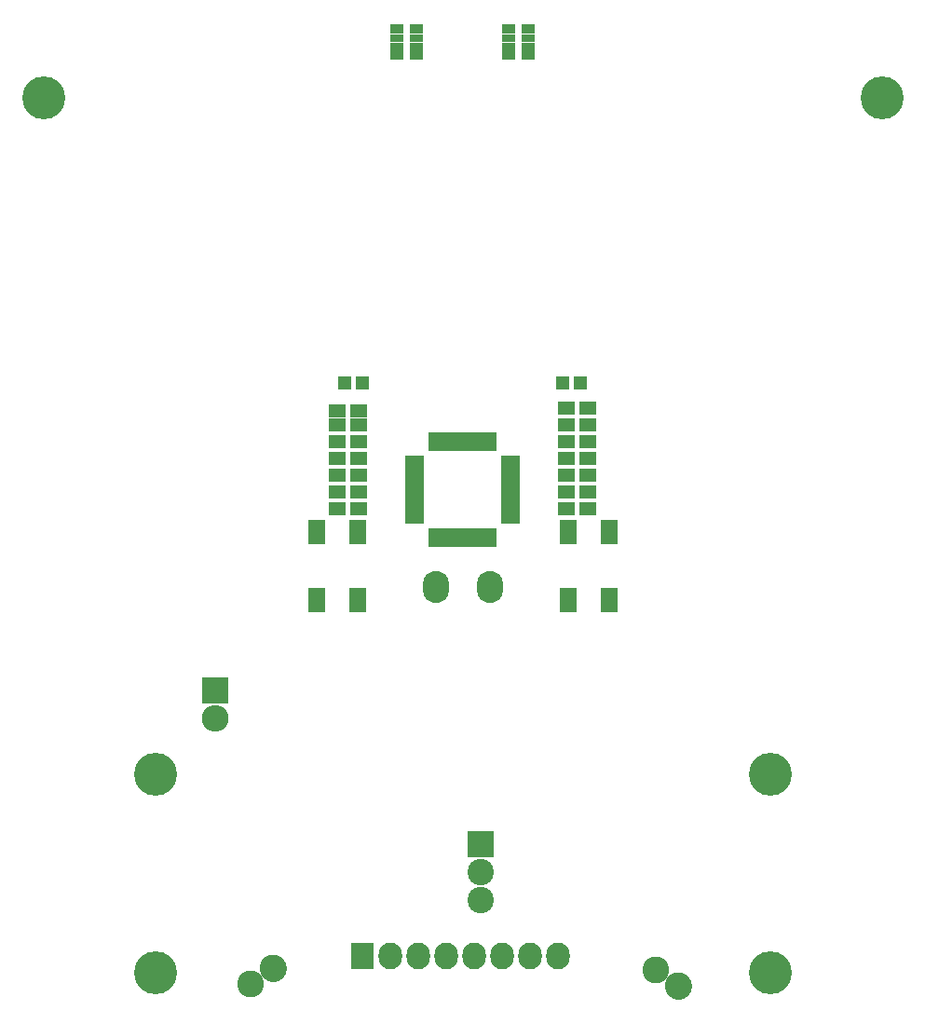
<source format=gbr>
G04 #@! TF.GenerationSoftware,KiCad,Pcbnew,no-vcs-found-c78a2ba~59~ubuntu16.10.1*
G04 #@! TF.CreationDate,2017-09-21T00:22:34+02:00*
G04 #@! TF.ProjectId,rat_board,7261745F626F6172642E6B696361645F,rev?*
G04 #@! TF.SameCoordinates,Original
G04 #@! TF.FileFunction,Soldermask,Top*
G04 #@! TF.FilePolarity,Negative*
%FSLAX46Y46*%
G04 Gerber Fmt 4.6, Leading zero omitted, Abs format (unit mm)*
G04 Created by KiCad (PCBNEW no-vcs-found-c78a2ba~59~ubuntu16.10.1) date Thu Sep 21 00:22:34 2017*
%MOMM*%
%LPD*%
G01*
G04 APERTURE LIST*
%ADD10R,2.400000X2.400000*%
%ADD11C,2.400000*%
%ADD12C,2.432000*%
%ADD13C,2.432000*%
%ADD14O,2.127200X2.432000*%
%ADD15R,2.127200X2.432000*%
%ADD16C,3.900000*%
%ADD17R,1.600000X1.150000*%
%ADD18R,0.650000X1.700000*%
%ADD19R,1.700000X0.650000*%
%ADD20R,1.500000X2.200000*%
%ADD21R,1.200000X1.200000*%
%ADD22O,2.432000X2.432000*%
%ADD23R,2.432000X2.432000*%
%ADD24O,2.398980X2.899360*%
%ADD25R,1.200000X0.900000*%
%ADD26R,1.200000X0.800000*%
G04 APERTURE END LIST*
D10*
X142621000Y-129540000D03*
D11*
X142621000Y-132080000D03*
X142621000Y-134620000D03*
D12*
X160576646Y-142426884D03*
D13*
X160576646Y-142426884D02*
X160576646Y-142426884D01*
D12*
X158496000Y-140970000D03*
X123746646Y-140783116D03*
D13*
X123746646Y-140783116D02*
X123746646Y-140783116D01*
D12*
X121666000Y-142240000D03*
D14*
X149606000Y-139700000D03*
X147066000Y-139700000D03*
X144526000Y-139700000D03*
X141986000Y-139700000D03*
X139446000Y-139700000D03*
X136906000Y-139700000D03*
X134366000Y-139700000D03*
D15*
X131826000Y-139700000D03*
D16*
X113030000Y-141224000D03*
X168910000Y-141224000D03*
X168910000Y-123190000D03*
X113030000Y-123190000D03*
D17*
X152334000Y-89916000D03*
X150434000Y-89916000D03*
X129606000Y-94488000D03*
X131506000Y-94488000D03*
X150434000Y-94488000D03*
X152334000Y-94488000D03*
X131506000Y-99060000D03*
X129606000Y-99060000D03*
X131506000Y-91440000D03*
X129606000Y-91440000D03*
X129606000Y-92964000D03*
X131506000Y-92964000D03*
D18*
X143720000Y-101632000D03*
X143220000Y-101632000D03*
X142720000Y-101632000D03*
X142220000Y-101632000D03*
X141720000Y-101632000D03*
X141220000Y-101632000D03*
X140720000Y-101632000D03*
X140220000Y-101632000D03*
X139720000Y-101632000D03*
X139220000Y-101632000D03*
X138720000Y-101632000D03*
X138220000Y-101632000D03*
D19*
X136620000Y-100032000D03*
X136620000Y-99532000D03*
X136620000Y-99032000D03*
X136620000Y-98532000D03*
X136620000Y-98032000D03*
X136620000Y-97532000D03*
X136620000Y-97032000D03*
X136620000Y-96532000D03*
X136620000Y-96032000D03*
X136620000Y-95532000D03*
X136620000Y-95032000D03*
X136620000Y-94532000D03*
D18*
X138220000Y-92932000D03*
X138720000Y-92932000D03*
X139220000Y-92932000D03*
X139720000Y-92932000D03*
X140220000Y-92932000D03*
X140720000Y-92932000D03*
X141220000Y-92932000D03*
X141720000Y-92932000D03*
X142220000Y-92932000D03*
X142720000Y-92932000D03*
X143220000Y-92932000D03*
X143720000Y-92932000D03*
D19*
X145320000Y-94532000D03*
X145320000Y-95032000D03*
X145320000Y-95532000D03*
X145320000Y-96032000D03*
X145320000Y-96532000D03*
X145320000Y-97032000D03*
X145320000Y-97532000D03*
X145320000Y-98032000D03*
X145320000Y-98532000D03*
X145320000Y-99032000D03*
X145320000Y-99532000D03*
X145320000Y-100032000D03*
D20*
X131390000Y-101167000D03*
X131390000Y-107367000D03*
X127690000Y-101167000D03*
X127690000Y-107367000D03*
X150550000Y-107367000D03*
X150550000Y-101167000D03*
X154250000Y-107367000D03*
X154250000Y-101167000D03*
D17*
X152334000Y-96012000D03*
X150434000Y-96012000D03*
X150434000Y-91440000D03*
X152334000Y-91440000D03*
X150434000Y-92964000D03*
X152334000Y-92964000D03*
X131506000Y-90170000D03*
X129606000Y-90170000D03*
X131506000Y-96012000D03*
X129606000Y-96012000D03*
X129606000Y-97536000D03*
X131506000Y-97536000D03*
X152334000Y-99060000D03*
X150434000Y-99060000D03*
X152334000Y-97536000D03*
X150434000Y-97536000D03*
D21*
X150076000Y-87630000D03*
X151676000Y-87630000D03*
X130264000Y-87630000D03*
X131864000Y-87630000D03*
D22*
X118491000Y-118110000D03*
D23*
X118491000Y-115570000D03*
D24*
X143410940Y-106172000D03*
X138529060Y-106172000D03*
D25*
X134990000Y-55442000D03*
D26*
X134990000Y-57042000D03*
X134990000Y-56242000D03*
D25*
X134990000Y-57842000D03*
D26*
X136790000Y-56242000D03*
D25*
X136790000Y-55442000D03*
D26*
X136790000Y-57042000D03*
D25*
X136790000Y-57842000D03*
X146950000Y-57842000D03*
D26*
X146950000Y-56242000D03*
X146950000Y-57042000D03*
D25*
X146950000Y-55442000D03*
D26*
X145150000Y-57042000D03*
D25*
X145150000Y-57842000D03*
D26*
X145150000Y-56242000D03*
D25*
X145150000Y-55442000D03*
D16*
X102870000Y-61722000D03*
X179070000Y-61722000D03*
M02*

</source>
